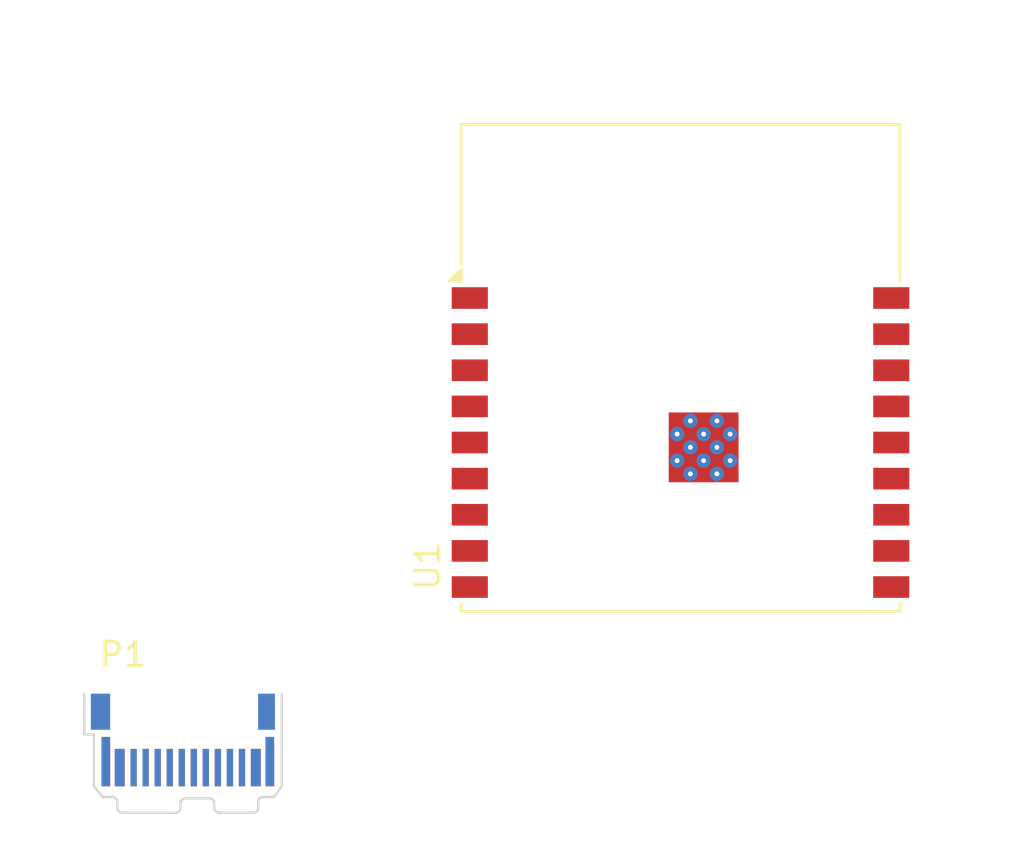
<source format=kicad_pcb>
(kicad_pcb (version 20240108) (generator "pcbnew") (generator_version "8.0")
  (layers (0 "F.Cu" signal) (31 "B.Cu" signal) (34 "B.Paste" user) (35 "F.Paste" user) (36 "B.SilkS" user "B.Silkscreen") (37 "F.SilkS" user "F.Silkscreen") (38 "B.Mask" user) (39 "F.Mask" user) (44 "Edge.Cuts" user))
  (net 0 "")
  (net 2 "/3.3V")
  (net 3 "GND")
  (net 4 "Net-(P1-D-)")
  (net 5 "Net-(P1-D+)")
  (net 6 "Net-(P1-VBUS-PadA4)")
  (footprint "Connector_USB:USB_C_Plug_JAE_DX07P024AJ1" (layer "F.Cu") (at 124.46 113.03)
    (property "Reference" "P1" (at -2.6925 -3.54 0) (layer "F.SilkS"))
    (property "Value" "USB_C_Plug_USB2.0")
    (fp_line (start -4.3 -1.93) (end -4.3 -0.2275) (stroke (width 0.1)) (layer "Edge.Cuts"))
    (fp_line (start -4.3 -0.2275) (end -3.9 -0.2275) (stroke (width 0.1)) (layer "Edge.Cuts"))
    (fp_line (start -3.9 1.9225) (end -3.9 -0.2275) (stroke (width 0.1)) (layer "Edge.Cuts"))
    (fp_line (start -3.53 2.3725) (end -3.9 1.9225) (stroke (width 0.1)) (layer "Edge.Cuts"))
    (fp_line (start -3.125 2.3725) (end -3.53 2.3725) (stroke (width 0.1)) (layer "Edge.Cuts"))
    (fp_line (start -2.925 2.8225) (end -2.925 2.5725) (stroke (width 0.1)) (layer "Edge.Cuts"))
    (fp_line (start -0.5 3.0225) (end -2.725 3.0225) (stroke (width 0.1)) (layer "Edge.Cuts"))
    (fp_line (start -0.3 2.6225) (end -0.3 2.8225) (stroke (width 0.1)) (layer "Edge.Cuts"))
    (fp_line (start -0.1 2.4225) (end 0.9 2.4225) (stroke (width 0.1)) (layer "Edge.Cuts"))
    (fp_line (start 1.1 2.8225) (end 1.1 2.6225) (stroke (width 0.1)) (layer "Edge.Cuts"))
    (fp_line (start 1.3 3.0225) (end 2.725 3.0225) (stroke (width 0.1)) (layer "Edge.Cuts"))
    (fp_line (start 2.925 2.8225) (end 2.925 2.5725) (stroke (width 0.1)) (layer "Edge.Cuts"))
    (fp_line (start 3.125 2.3725) (end 3.575 2.3725) (stroke (width 0.1)) (layer "Edge.Cuts"))
    (fp_line (start 3.575 2.3725) (end 3.9 1.9225) (stroke (width 0.1)) (layer "Edge.Cuts"))
    (fp_line (start 3.9 1.9225) (end 3.9 -1.9175) (stroke (width 0.1)) (layer "Edge.Cuts"))
    (fp_arc (start -3.125 2.3725) (mid -2.983579 2.431079) (end -2.925 2.5725) (stroke (width 0.1)) (layer "Edge.Cuts"))
    (fp_arc (start -2.725 3.0225) (mid -2.866421 2.963921) (end -2.925 2.8225) (stroke (width 0.1)) (layer "Edge.Cuts"))
    (fp_arc (start -0.3 2.6225) (mid -0.241421 2.481079) (end -0.1 2.4225) (stroke (width 0.1)) (layer "Edge.Cuts"))
    (fp_arc (start -0.3 2.8225) (mid -0.358579 2.963921) (end -0.5 3.0225) (stroke (width 0.1)) (layer "Edge.Cuts"))
    (fp_arc (start 0.9 2.4225) (mid 1.041421 2.481079) (end 1.1 2.6225) (stroke (width 0.1)) (layer "Edge.Cuts"))
    (fp_arc (start 1.3 3.0225) (mid 1.158579 2.963921) (end 1.1 2.8225) (stroke (width 0.1)) (layer "Edge.Cuts"))
    (fp_arc (start 2.925 2.5725) (mid 2.983579 2.431079) (end 3.125 2.3725) (stroke (width 0.1)) (layer "Edge.Cuts"))
    (fp_arc (start 2.925 2.8225) (mid 2.866421 2.963921) (end 2.725 3.0225) (stroke (width 0.1)) (layer "Edge.Cuts"))
    (pad "" smd rect (at -3.405 1.0475) (size 0.36 1.75) (layers "F.Cu" "F.Mask"))
    (pad "" smd rect (at 3.405 1.0475) (size 0.36 1.75) (layers "F.Cu" "F.Mask"))
    (pad "A1" smd rect (at 2.825 1.1475) (size 0.41 1.55) (layers "F.Cu" "F.Paste" "F.Mask") (net 3 "GND"))
    (pad "A2" smd rect (at 2.25 1.1475) (size 0.26 1.55) (layers "F.Cu" "F.Paste" "F.Mask"))
    (pad "A3" smd rect (at 1.75 1.1475) (size 0.26 1.55) (layers "F.Cu" "F.Paste" "F.Mask"))
    (pad "A4" smd rect (at 1.25 1.1475) (size 0.26 1.55) (layers "F.Cu" "F.Paste" "F.Mask") (net 6 "Net-(P1-VBUS-PadA4)"))
    (pad "A5" smd rect (at 0.75 1.1475) (size 0.26 1.55) (layers "F.Cu" "F.Paste" "F.Mask"))
    (pad "A6" smd rect (at 0.25 1.1475 180) (size 0.26 1.55) (layers "F.Cu" "F.Paste" "F.Mask") (net 5 "Net-(P1-D+)"))
    (pad "A7" smd rect (at -0.25 1.1475 180) (size 0.26 1.55) (layers "F.Cu" "F.Paste" "F.Mask") (net 4 "Net-(P1-D-)"))
    (pad "A8" smd rect (at -0.75 1.1475) (size 0.26 1.55) (layers "F.Cu" "F.Paste" "F.Mask"))
    (pad "A9" smd rect (at -1.25 1.1475) (size 0.26 1.55) (layers "F.Cu" "F.Paste" "F.Mask") (net 6 "Net-(P1-VBUS-PadA4)"))
    (pad "A10" smd rect (at -1.75 1.1475) (size 0.26 1.55) (layers "F.Cu" "F.Paste" "F.Mask"))
    (pad "A11" smd rect (at -2.25 1.1475) (size 0.26 1.55) (layers "F.Cu" "F.Paste" "F.Mask"))
    (pad "A12" smd rect (at -2.825 1.1475) (size 0.41 1.55) (layers "F.Cu" "F.Paste" "F.Mask") (net 3 "GND"))
    (pad "B1" smd rect (at -2.825 1.1475) (size 0.41 1.55) (layers "B.Cu" "B.Paste" "B.Mask") (net 3 "GND"))
    (pad "B2" smd rect (at -2.25 1.1475) (size 0.26 1.55) (layers "B.Cu" "B.Paste" "B.Mask"))
    (pad "B3" smd rect (at -1.75 1.1475) (size 0.26 1.55) (layers "B.Cu" "B.Paste" "B.Mask"))
    (pad "B4" smd rect (at -1.25 1.1475) (size 0.26 1.55) (layers "B.Cu" "B.Paste" "B.Mask") (net 6 "Net-(P1-VBUS-PadA4)"))
    (pad "B5" smd rect (at -0.75 1.1475) (size 0.26 1.55) (layers "B.Cu" "B.Paste" "B.Mask") (net 2 "/3.3V"))
    (pad "B6" smd rect (at -0.25 1.1475 180) (size 0.26 1.55) (layers "B.Cu" "B.Paste" "B.Mask"))
    (pad "B7" smd rect (at 0.25 1.1475) (size 0.26 1.55) (layers "B.Cu" "B.Paste" "B.Mask"))
    (pad "B8" smd rect (at 0.75 1.1475) (size 0.26 1.55) (layers "B.Cu" "B.Paste" "B.Mask"))
    (pad "B9" smd rect (at 1.25 1.1475) (size 0.26 1.55) (layers "B.Cu" "B.Paste" "B.Mask") (net 6 "Net-(P1-VBUS-PadA4)"))
    (pad "B10" smd rect (at 1.75 1.1475) (size 0.26 1.55) (layers "B.Cu" "B.Paste" "B.Mask"))
    (pad "B11" smd rect (at 2.25 1.1475) (size 0.26 1.55) (layers "B.Cu" "B.Paste" "B.Mask"))
    (pad "B12" smd rect (at 2.825 1.1475) (size 0.41 1.55) (layers "B.Cu" "B.Paste" "B.Mask") (net 3 "GND"))
    (pad "S1" smd rect (at -3.625 -1.1725) (size 0.8 1.5) (layers "B.Cu" "B.Paste" "B.Mask"))
    (pad "S1" smd rect (at -3.405 0.8975) (size 0.36 2.05) (layers "B.Cu" "B.Paste" "B.Mask"))
    (pad "S1" smd rect (at 3.27 -1.1725 180) (size 0.7 1.5) (layers "B.Cu" "B.Paste" "B.Mask"))
    (pad "S1" smd rect (at 3.405 0.8975) (size 0.36 2.05) (layers "B.Cu" "B.Paste" "B.Mask"))
  )
  (footprint "RF_Module:ESP32-C3-WROOM-02" (layer "F.Cu") (at 144.92 100.68)
    (property "Reference" "U1" (at -10.5 5.13 90) (layer "F.SilkS"))
    (property "Value" "ESP32-C3-WROOM-02")
    (fp_line (start -9.11 -13.21) (end -9.11 -7.4) (stroke (width 0.12)) (layer "F.SilkS"))
    (fp_line (start -9.11 -13.21) (end 9.11 -13.21) (stroke (width 0.12)) (layer "F.SilkS"))
    (fp_line (start -9.11 6.71) (end -9.11 7.01) (stroke (width 0.12)) (layer "F.SilkS"))
    (fp_line (start -9.11 7.01) (end 9.11 7.01) (stroke (width 0.12)) (layer "F.SilkS"))
    (fp_line (start 9.11 -13.21) (end 9.11 -6.71) (stroke (width 0.12)) (layer "F.SilkS"))
    (fp_line (start 9.11 6.71) (end 9.11 7.01) (stroke (width 0.12)) (layer "F.SilkS"))
    (fp_poly (pts (xy -9.1 -6.7) (xy -9.6 -6.7) (xy -9.1 -7.2) (xy -9.1 -6.7)) (stroke (width 0.12)) (fill solid) (layer "F.SilkS"))
    (pad "1" smd rect (at -8.75 -6) (size 1.5 0.9) (layers "F.Cu" "F.Paste" "F.Mask") (net 2 "/3.3V"))
    (pad "2" smd rect (at -8.75 -4.5) (size 1.5 0.9) (layers "F.Cu" "F.Paste" "F.Mask"))
    (pad "3" smd rect (at -8.75 -3) (size 1.5 0.9) (layers "F.Cu" "F.Paste" "F.Mask"))
    (pad "4" smd rect (at -8.75 -1.5) (size 1.5 0.9) (layers "F.Cu" "F.Paste" "F.Mask"))
    (pad "5" smd rect (at -8.75 0) (size 1.5 0.9) (layers "F.Cu" "F.Paste" "F.Mask"))
    (pad "6" smd rect (at -8.75 1.5) (size 1.5 0.9) (layers "F.Cu" "F.Paste" "F.Mask"))
    (pad "7" smd rect (at -8.75 3) (size 1.5 0.9) (layers "F.Cu" "F.Paste" "F.Mask"))
    (pad "8" smd rect (at -8.75 4.5) (size 1.5 0.9) (layers "F.Cu" "F.Paste" "F.Mask"))
    (pad "9" smd rect (at -8.75 6) (size 1.5 0.9) (layers "F.Cu" "F.Paste" "F.Mask") (net 3 "GND"))
    (pad "10" smd rect (at 8.75 6) (size 1.5 0.9) (layers "F.Cu" "F.Paste" "F.Mask"))
    (pad "11" smd rect (at 8.75 4.5) (size 1.5 0.9) (layers "F.Cu" "F.Paste" "F.Mask"))
    (pad "12" smd rect (at 8.75 3) (size 1.5 0.9) (layers "F.Cu" "F.Paste" "F.Mask"))
    (pad "13" smd rect (at 8.75 1.5) (size 1.5 0.9) (layers "F.Cu" "F.Paste" "F.Mask") (net 4 "Net-(P1-D-)"))
    (pad "14" smd rect (at 8.75 0) (size 1.5 0.9) (layers "F.Cu" "F.Paste" "F.Mask") (net 5 "Net-(P1-D+)"))
    (pad "15" smd rect (at 8.75 -1.5) (size 1.5 0.9) (layers "F.Cu" "F.Paste" "F.Mask"))
    (pad "16" smd rect (at 8.75 -3) (size 1.5 0.9) (layers "F.Cu" "F.Paste" "F.Mask"))
    (pad "17" smd rect (at 8.75 -4.5) (size 1.5 0.9) (layers "F.Cu" "F.Paste" "F.Mask"))
    (pad "18" smd rect (at 8.75 -6) (size 1.5 0.9) (layers "F.Cu" "F.Paste" "F.Mask"))
    (pad "19" thru_hole circle (at -0.14 -0.35) (size 0.6 0.6) (drill 0.2) (property pad_prop_heatsink) (layers "*.Cu" "F.Mask") (net 3 "GND"))
    (pad "19" thru_hole circle (at -0.14 0.75) (size 0.6 0.6) (drill 0.2) (property pad_prop_heatsink) (layers "*.Cu" "F.Mask") (net 3 "GND"))
    (pad "19" thru_hole circle (at 0.41 -0.9) (size 0.6 0.6) (drill 0.2) (property pad_prop_heatsink) (layers "*.Cu" "F.Mask") (net 3 "GND"))
    (pad "19" thru_hole circle (at 0.41 0.2) (size 0.6 0.6) (drill 0.2) (property pad_prop_heatsink) (layers "*.Cu" "F.Mask") (net 3 "GND"))
    (pad "19" thru_hole circle (at 0.41 1.3) (size 0.6 0.6) (drill 0.2) (property pad_prop_heatsink) (layers "*.Cu" "F.Mask") (net 3 "GND"))
    (pad "19" thru_hole circle (at 0.96 -0.35) (size 0.6 0.6) (drill 0.2) (property pad_prop_heatsink) (layers "*.Cu" "F.Mask") (net 3 "GND"))
    (pad "19" smd rect (at 0.96 0.2) (size 2.9 2.9) (layers "F.Cu" "F.Mask") (net 3 "GND"))
    (pad "19" thru_hole circle (at 0.96 0.75) (size 0.6 0.6) (drill 0.2) (property pad_prop_heatsink) (layers "*.Cu" "F.Mask") (net 3 "GND"))
    (pad "19" thru_hole circle (at 1.51 -0.9) (size 0.6 0.6) (drill 0.2) (property pad_prop_heatsink) (layers "*.Cu" "F.Mask") (net 3 "GND"))
    (pad "19" thru_hole circle (at 1.51 0.2) (size 0.6 0.6) (drill 0.2) (property pad_prop_heatsink) (layers "*.Cu" "F.Mask") (net 3 "GND"))
    (pad "19" thru_hole circle (at 1.51 1.3) (size 0.6 0.6) (drill 0.2) (property pad_prop_heatsink) (layers "*.Cu" "F.Mask") (net 3 "GND"))
    (pad "19" thru_hole circle (at 2.06 -0.35) (size 0.6 0.6) (drill 0.2) (property pad_prop_heatsink) (layers "*.Cu" "F.Mask") (net 3 "GND"))
    (pad "19" thru_hole circle (at 2.06 0.75) (size 0.6 0.6) (drill 0.2) (property pad_prop_heatsink) (layers "*.Cu" "F.Mask") (net 3 "GND"))
  )
)
</source>
